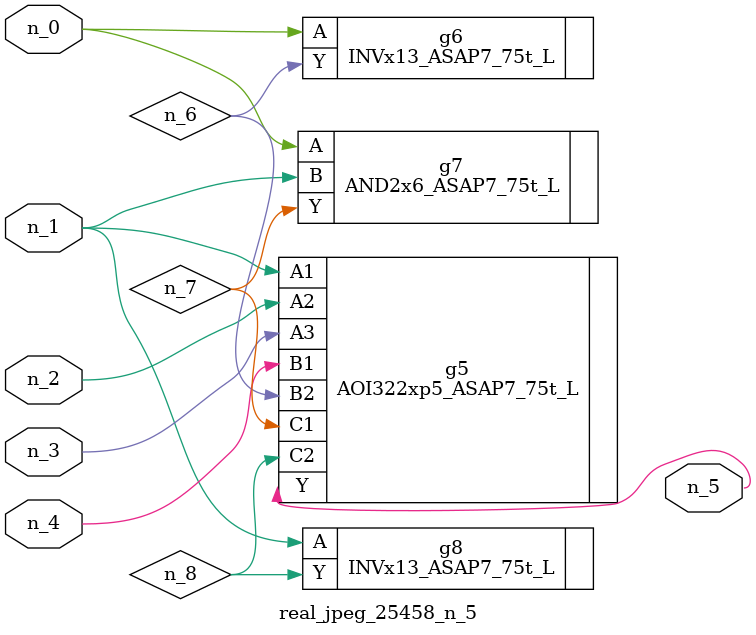
<source format=v>
module real_jpeg_25458_n_5 (n_4, n_0, n_1, n_2, n_3, n_5);

input n_4;
input n_0;
input n_1;
input n_2;
input n_3;

output n_5;

wire n_8;
wire n_6;
wire n_7;

INVx13_ASAP7_75t_L g6 ( 
.A(n_0),
.Y(n_6)
);

AND2x6_ASAP7_75t_L g7 ( 
.A(n_0),
.B(n_1),
.Y(n_7)
);

AOI322xp5_ASAP7_75t_L g5 ( 
.A1(n_1),
.A2(n_2),
.A3(n_3),
.B1(n_4),
.B2(n_6),
.C1(n_7),
.C2(n_8),
.Y(n_5)
);

INVx13_ASAP7_75t_L g8 ( 
.A(n_1),
.Y(n_8)
);


endmodule
</source>
